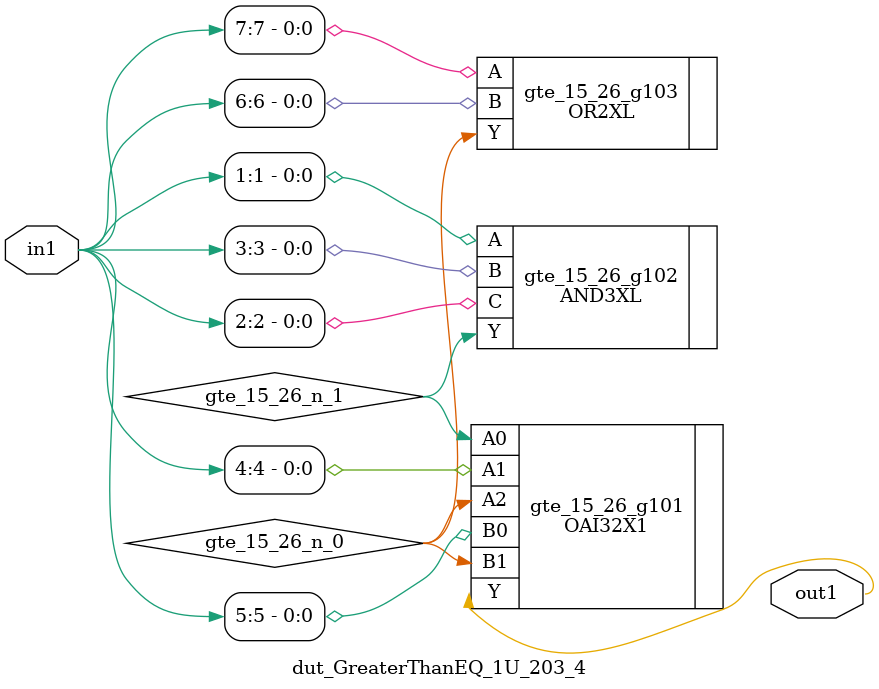
<source format=v>
`timescale 1ps / 1ps


module dut_GreaterThanEQ_1U_203_4(in1, out1);
  input [7:0] in1;
  output out1;
  wire [7:0] in1;
  wire out1;
  wire gte_15_26_n_0, gte_15_26_n_1;
  OAI32X1 gte_15_26_g101(.A0 (gte_15_26_n_1), .A1 (in1[4]), .A2
       (gte_15_26_n_0), .B0 (in1[5]), .B1 (gte_15_26_n_0), .Y (out1));
  AND3XL gte_15_26_g102(.A (in1[1]), .B (in1[3]), .C (in1[2]), .Y
       (gte_15_26_n_1));
  OR2XL gte_15_26_g103(.A (in1[7]), .B (in1[6]), .Y (gte_15_26_n_0));
endmodule



</source>
